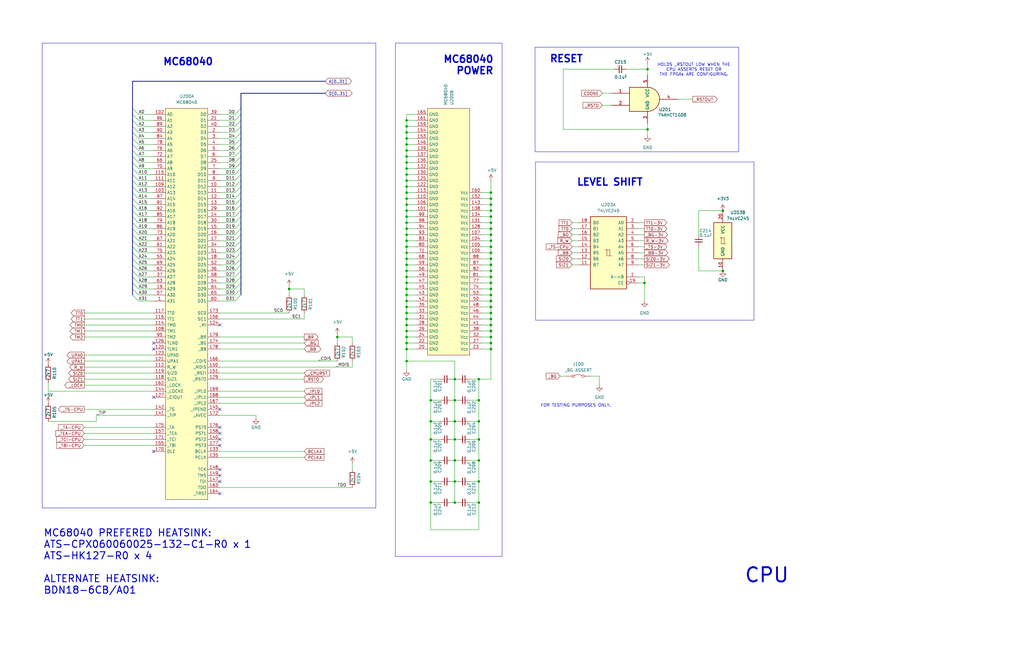
<source format=kicad_sch>
(kicad_sch (version 20231120) (generator "eeschema") (generator_version "8.0")
  (paper "B")
  (title_block (title "AmigaPCI 68040 Local Bus Card") (date "2024-07-21") (rev "3.0"))
  (junction (at 171.45 63.5))
  (junction (at 171.45 83.82))
  (junction (at 121.92 121.92))
  (junction (at 171.45 58.42))
  (junction (at 181.61 203.2))
  (junction (at 191.77 177.8))
  (junction (at 201.93 177.8))
  (junction (at 181.61 212.09))
  (junction (at 171.45 68.58))
  (junction (at 171.45 76.2))
  (junction (at 304.8 114.3))
  (junction (at 171.45 134.62))
  (junction (at 171.45 127))
  (junction (at 207.01 129.54))
  (junction (at 207.01 144.78))
  (junction (at 207.01 121.92))
  (junction (at 171.45 132.08))
  (junction (at 207.01 139.7))
  (junction (at 171.45 152.4))
  (junction (at 191.77 185.42))
  (junction (at 171.45 137.16))
  (junction (at 181.61 177.8))
  (junction (at 207.01 104.14))
  (junction (at 171.45 104.14))
  (junction (at 171.45 81.28))
  (junction (at 171.45 71.12))
  (junction (at 171.45 147.32))
  (junction (at 191.77 203.2))
  (junction (at 207.01 106.68))
  (junction (at 171.45 93.98))
  (junction (at 207.01 147.32))
  (junction (at 171.45 111.76))
  (junction (at 181.61 168.91))
  (junction (at 207.01 114.3))
  (junction (at 271.78 119.38))
  (junction (at 207.01 99.06))
  (junction (at 171.45 66.04))
  (junction (at 142.24 142.24))
  (junction (at 207.01 93.98))
  (junction (at 201.93 194.31))
  (junction (at 171.45 116.84))
  (junction (at 171.45 96.52))
  (junction (at 207.01 132.08))
  (junction (at 171.45 144.78))
  (junction (at 207.01 83.82))
  (junction (at 304.8 88.9))
  (junction (at 273.05 29.21))
  (junction (at 207.01 116.84))
  (junction (at 171.45 73.66))
  (junction (at 171.45 109.22))
  (junction (at 171.45 55.88))
  (junction (at 207.01 88.9))
  (junction (at 171.45 88.9))
  (junction (at 191.77 168.91))
  (junction (at 171.45 139.7))
  (junction (at 201.93 212.09))
  (junction (at 207.01 134.62))
  (junction (at 171.45 124.46))
  (junction (at 171.45 99.06))
  (junction (at 207.01 91.44))
  (junction (at 207.01 127))
  (junction (at 207.01 119.38))
  (junction (at 201.93 160.02))
  (junction (at 171.45 86.36))
  (junction (at 207.01 81.28))
  (junction (at 171.45 53.34))
  (junction (at 171.45 91.44))
  (junction (at 207.01 101.6))
  (junction (at 171.45 129.54))
  (junction (at 171.45 106.68))
  (junction (at 171.45 142.24))
  (junction (at 207.01 86.36))
  (junction (at 207.01 109.22))
  (junction (at 273.05 54.61))
  (junction (at 191.77 194.31))
  (junction (at 171.45 50.8))
  (junction (at 201.93 203.2))
  (junction (at 201.93 185.42))
  (junction (at 181.61 185.42))
  (junction (at 171.45 60.96))
  (junction (at 171.45 121.92))
  (junction (at 191.77 212.09))
  (junction (at 207.01 137.16))
  (junction (at 181.61 194.31))
  (junction (at 171.45 101.6))
  (junction (at 171.45 119.38))
  (junction (at 171.45 78.74))
  (junction (at 207.01 111.76))
  (junction (at 201.93 168.91))
  (junction (at 207.01 142.24))
  (junction (at 207.01 124.46))
  (junction (at 207.01 96.52))
  (junction (at 171.45 114.3))
  (junction (at 191.77 160.02))
  (no_connect (at 92.71 208.28))
  (no_connect (at 64.77 144.78))
  (no_connect (at 64.77 190.5))
  (no_connect (at 64.77 167.64))
  (no_connect (at 92.71 185.42))
  (no_connect (at 92.71 182.88))
  (no_connect (at 64.77 147.32))
  (no_connect (at 92.71 137.16))
  (no_connect (at 92.71 172.72))
  (no_connect (at 92.71 200.66))
  (no_connect (at 92.71 198.12))
  (no_connect (at 92.71 187.96))
  (no_connect (at 92.71 203.2))
  (no_connect (at 92.71 180.34))
  (bus_entry (at 99.06 50.8) (size 2.54 -2.54))
  (bus_entry (at 99.06 91.44) (size 2.54 -2.54))
  (bus_entry (at 58.42 106.68) (size -2.54 -2.54))
  (bus_entry (at 99.06 76.2) (size 2.54 -2.54))
  (bus_entry (at 58.42 58.42) (size -2.54 -2.54))
  (bus_entry (at 58.42 88.9) (size -2.54 -2.54))
  (bus_entry (at 99.06 78.74) (size 2.54 -2.54))
  (bus_entry (at 99.06 104.14) (size 2.54 -2.54))
  (bus_entry (at 99.06 60.96) (size 2.54 -2.54))
  (bus_entry (at 99.06 83.82) (size 2.54 -2.54))
  (bus_entry (at 58.42 83.82) (size -2.54 -2.54))
  (bus_entry (at 58.42 63.5) (size -2.54 -2.54))
  (bus_entry (at 99.06 63.5) (size 2.54 -2.54))
  (bus_entry (at 58.42 96.52) (size -2.54 -2.54))
  (bus_entry (at 99.06 101.6) (size 2.54 -2.54))
  (bus_entry (at 58.42 116.84) (size -2.54 -2.54))
  (bus_entry (at 58.42 124.46) (size -2.54 -2.54))
  (bus_entry (at 58.42 93.98) (size -2.54 -2.54))
  (bus_entry (at 99.06 116.84) (size 2.54 -2.54))
  (bus_entry (at 99.06 124.46) (size 2.54 -2.54))
  (bus_entry (at 99.06 106.68) (size 2.54 -2.54))
  (bus_entry (at 58.42 81.28) (size -2.54 -2.54))
  (bus_entry (at 58.42 101.6) (size -2.54 -2.54))
  (bus_entry (at 99.06 53.34) (size 2.54 -2.54))
  (bus_entry (at 99.06 86.36) (size 2.54 -2.54))
  (bus_entry (at 99.06 88.9) (size 2.54 -2.54))
  (bus_entry (at 58.42 48.26) (size -2.54 -2.54))
  (bus_entry (at 58.42 109.22) (size -2.54 -2.54))
  (bus_entry (at 99.06 93.98) (size 2.54 -2.54))
  (bus_entry (at 58.42 50.8) (size -2.54 -2.54))
  (bus_entry (at 58.42 121.92) (size -2.54 -2.54))
  (bus_entry (at 58.42 127) (size -2.54 -2.54))
  (bus_entry (at 58.42 91.44) (size -2.54 -2.54))
  (bus_entry (at 99.06 73.66) (size 2.54 -2.54))
  (bus_entry (at 58.42 119.38) (size -2.54 -2.54))
  (bus_entry (at 58.42 114.3) (size -2.54 -2.54))
  (bus_entry (at 99.06 58.42) (size 2.54 -2.54))
  (bus_entry (at 99.06 121.92) (size 2.54 -2.54))
  (bus_entry (at 99.06 109.22) (size 2.54 -2.54))
  (bus_entry (at 58.42 71.12) (size -2.54 -2.54))
  (bus_entry (at 99.06 127) (size 2.54 -2.54))
  (bus_entry (at 99.06 111.76) (size 2.54 -2.54))
  (bus_entry (at 58.42 53.34) (size -2.54 -2.54))
  (bus_entry (at 58.42 99.06) (size -2.54 -2.54))
  (bus_entry (at 58.42 78.74) (size -2.54 -2.54))
  (bus_entry (at 99.06 114.3) (size 2.54 -2.54))
  (bus_entry (at 58.42 86.36) (size -2.54 -2.54))
  (bus_entry (at 99.06 55.88) (size 2.54 -2.54))
  (bus_entry (at 58.42 104.14) (size -2.54 -2.54))
  (bus_entry (at 58.42 111.76) (size -2.54 -2.54))
  (bus_entry (at 99.06 66.04) (size 2.54 -2.54))
  (bus_entry (at 58.42 66.04) (size -2.54 -2.54))
  (bus_entry (at 58.42 60.96) (size -2.54 -2.54))
  (bus_entry (at 99.06 119.38) (size 2.54 -2.54))
  (bus_entry (at 58.42 73.66) (size -2.54 -2.54))
  (bus_entry (at 99.06 96.52) (size 2.54 -2.54))
  (bus_entry (at 58.42 68.58) (size -2.54 -2.54))
  (bus_entry (at 99.06 48.26) (size 2.54 -2.54))
  (bus_entry (at 99.06 81.28) (size 2.54 -2.54))
  (bus_entry (at 99.06 99.06) (size 2.54 -2.54))
  (bus_entry (at 58.42 76.2) (size -2.54 -2.54))
  (bus_entry (at 99.06 71.12) (size 2.54 -2.54))
  (bus_entry (at 99.06 68.58) (size 2.54 -2.54))
  (bus_entry (at 58.42 55.88) (size -2.54 -2.54))
  (wire (pts (xy 35.56 152.4) (xy 64.77 152.4)))
  (wire (pts (xy 236.22 158.75) (xy 238.76 158.75)))
  (wire (pts (xy 171.45 106.68) (xy 171.45 109.22)))
  (wire (pts (xy 207.01 99.06) (xy 207.01 101.6)))
  (wire (pts (xy 92.71 132.08) (xy 121.92 132.08)))
  (wire (pts (xy 92.71 127) (xy 99.06 127)))
  (wire (pts (xy 241.3 96.52) (xy 243.84 96.52)))
  (wire (pts (xy 207.01 116.84) (xy 203.2 116.84)))
  (wire (pts (xy 191.77 152.4) (xy 191.77 160.02)))
  (wire (pts (xy 207.01 83.82) (xy 207.01 86.36)))
  (wire (pts (xy 58.42 81.28) (xy 64.77 81.28)))
  (wire (pts (xy 58.42 73.66) (xy 64.77 73.66)))
  (wire (pts (xy 175.26 81.28) (xy 171.45 81.28)))
  (wire (pts (xy 58.42 119.38) (xy 64.77 119.38)))
  (wire (pts (xy 92.71 73.66) (xy 99.06 73.66)))
  (bus (pts (xy 101.6 83.82) (xy 101.6 86.36)))
  (wire (pts (xy 198.12 160.02) (xy 201.93 160.02)))
  (wire (pts (xy 269.24 116.84) (xy 271.78 116.84)))
  (wire (pts (xy 171.45 73.66) (xy 171.45 76.2)))
  (wire (pts (xy 193.04 212.09) (xy 191.77 212.09)))
  (wire (pts (xy 193.04 203.2) (xy 191.77 203.2)))
  (wire (pts (xy 128.27 124.46) (xy 128.27 121.92)))
  (wire (pts (xy 35.56 149.86) (xy 64.77 149.86)))
  (wire (pts (xy 207.01 121.92) (xy 207.01 124.46)))
  (wire (pts (xy 35.56 180.34) (xy 64.77 180.34)))
  (wire (pts (xy 207.01 104.14) (xy 207.01 106.68)))
  (wire (pts (xy 175.26 96.52) (xy 171.45 96.52)))
  (wire (pts (xy 148.59 195.58) (xy 148.59 198.12)))
  (bus (pts (xy 101.6 109.22) (xy 101.6 111.76)))
  (bus (pts (xy 55.88 96.52) (xy 55.88 99.06)))
  (wire (pts (xy 181.61 203.2) (xy 185.42 203.2)))
  (wire (pts (xy 35.56 182.88) (xy 64.77 182.88)))
  (wire (pts (xy 191.77 185.42) (xy 191.77 194.31)))
  (wire (pts (xy 58.42 121.92) (xy 64.77 121.92)))
  (bus (pts (xy 101.6 106.68) (xy 101.6 109.22)))
  (bus (pts (xy 55.88 68.58) (xy 55.88 71.12)))
  (wire (pts (xy 181.61 160.02) (xy 181.61 168.91)))
  (wire (pts (xy 175.26 147.32) (xy 171.45 147.32)))
  (wire (pts (xy 92.71 50.8) (xy 99.06 50.8)))
  (wire (pts (xy 175.26 106.68) (xy 171.45 106.68)))
  (wire (pts (xy 171.45 50.8) (xy 171.45 53.34)))
  (wire (pts (xy 92.71 91.44) (xy 99.06 91.44)))
  (wire (pts (xy 198.12 168.91) (xy 201.93 168.91)))
  (wire (pts (xy 201.93 223.52) (xy 181.61 223.52)))
  (wire (pts (xy 207.01 144.78) (xy 207.01 147.32)))
  (wire (pts (xy 92.71 55.88) (xy 99.06 55.88)))
  (wire (pts (xy 58.42 83.82) (xy 64.77 83.82)))
  (wire (pts (xy 58.42 86.36) (xy 64.77 86.36)))
  (bus (pts (xy 101.6 86.36) (xy 101.6 88.9)))
  (wire (pts (xy 171.45 129.54) (xy 171.45 132.08)))
  (wire (pts (xy 207.01 114.3) (xy 203.2 114.3)))
  (bus (pts (xy 101.6 45.72) (xy 101.6 48.26)))
  (wire (pts (xy 58.42 114.3) (xy 64.77 114.3)))
  (bus (pts (xy 55.88 83.82) (xy 55.88 86.36)))
  (wire (pts (xy 35.56 154.94) (xy 64.77 154.94)))
  (bus (pts (xy 101.6 101.6) (xy 101.6 104.14)))
  (bus (pts (xy 101.6 121.92) (xy 101.6 124.46)))
  (wire (pts (xy 175.26 101.6) (xy 171.45 101.6)))
  (wire (pts (xy 207.01 144.78) (xy 203.2 144.78)))
  (wire (pts (xy 207.01 81.28) (xy 207.01 83.82)))
  (wire (pts (xy 175.26 119.38) (xy 171.45 119.38)))
  (wire (pts (xy 203.2 132.08) (xy 207.01 132.08)))
  (wire (pts (xy 171.45 58.42) (xy 171.45 60.96)))
  (bus (pts (xy 55.88 66.04) (xy 55.88 68.58)))
  (wire (pts (xy 35.56 162.56) (xy 64.77 162.56)))
  (bus (pts (xy 55.88 81.28) (xy 55.88 83.82)))
  (wire (pts (xy 175.26 50.8) (xy 171.45 50.8)))
  (wire (pts (xy 171.45 55.88) (xy 171.45 58.42)))
  (wire (pts (xy 191.77 168.91) (xy 190.5 168.91)))
  (wire (pts (xy 241.3 109.22) (xy 243.84 109.22)))
  (bus (pts (xy 55.88 50.8) (xy 55.88 53.34)))
  (wire (pts (xy 171.45 60.96) (xy 171.45 63.5)))
  (wire (pts (xy 20.32 177.8) (xy 40.64 177.8)))
  (wire (pts (xy 175.26 93.98) (xy 171.45 93.98)))
  (bus (pts (xy 101.6 66.04) (xy 101.6 68.58)))
  (wire (pts (xy 241.3 111.76) (xy 243.84 111.76)))
  (wire (pts (xy 92.71 99.06) (xy 99.06 99.06)))
  (wire (pts (xy 171.45 111.76) (xy 171.45 114.3)))
  (wire (pts (xy 175.26 116.84) (xy 171.45 116.84)))
  (wire (pts (xy 193.04 160.02) (xy 191.77 160.02)))
  (wire (pts (xy 271.78 119.38) (xy 269.24 119.38)))
  (wire (pts (xy 175.26 99.06) (xy 171.45 99.06)))
  (wire (pts (xy 207.01 139.7) (xy 207.01 142.24)))
  (wire (pts (xy 171.45 53.34) (xy 171.45 55.88)))
  (wire (pts (xy 175.26 68.58) (xy 171.45 68.58)))
  (wire (pts (xy 171.45 144.78) (xy 171.45 147.32)))
  (wire (pts (xy 294.64 114.3) (xy 304.8 114.3)))
  (wire (pts (xy 207.01 99.06) (xy 203.2 99.06)))
  (bus (pts (xy 55.88 48.26) (xy 55.88 50.8)))
  (bus (pts (xy 101.6 68.58) (xy 101.6 71.12)))
  (wire (pts (xy 191.77 168.91) (xy 191.77 177.8)))
  (wire (pts (xy 193.04 168.91) (xy 191.77 168.91)))
  (wire (pts (xy 35.56 187.96) (xy 64.77 187.96)))
  (bus (pts (xy 101.6 60.96) (xy 101.6 63.5)))
  (wire (pts (xy 241.3 93.98) (xy 243.84 93.98)))
  (wire (pts (xy 241.3 104.14) (xy 243.84 104.14)))
  (wire (pts (xy 58.42 101.6) (xy 64.77 101.6)))
  (wire (pts (xy 121.92 121.92) (xy 121.92 124.46)))
  (wire (pts (xy 148.59 144.78) (xy 148.59 142.24)))
  (bus (pts (xy 101.6 119.38) (xy 101.6 121.92)))
  (wire (pts (xy 207.01 109.22) (xy 207.01 111.76)))
  (bus (pts (xy 55.88 88.9) (xy 55.88 91.44)))
  (bus (pts (xy 55.88 93.98) (xy 55.88 96.52)))
  (wire (pts (xy 198.12 185.42) (xy 201.93 185.42)))
  (wire (pts (xy 207.01 124.46) (xy 207.01 127)))
  (wire (pts (xy 92.71 134.62) (xy 128.27 134.62)))
  (wire (pts (xy 40.64 177.8) (xy 40.64 175.26)))
  (bus (pts (xy 55.88 55.88) (xy 55.88 58.42)))
  (wire (pts (xy 92.71 116.84) (xy 99.06 116.84)))
  (wire (pts (xy 207.01 139.7) (xy 203.2 139.7)))
  (wire (pts (xy 181.61 177.8) (xy 185.42 177.8)))
  (wire (pts (xy 207.01 127) (xy 203.2 127)))
  (wire (pts (xy 58.42 116.84) (xy 64.77 116.84)))
  (wire (pts (xy 171.45 119.38) (xy 171.45 121.92)))
  (wire (pts (xy 92.71 142.24) (xy 128.27 142.24)))
  (wire (pts (xy 248.92 158.75) (xy 252.73 158.75)))
  (wire (pts (xy 175.26 55.88) (xy 171.45 55.88)))
  (wire (pts (xy 207.01 96.52) (xy 207.01 99.06)))
  (wire (pts (xy 207.01 127) (xy 207.01 129.54)))
  (bus (pts (xy 55.88 76.2) (xy 55.88 78.74)))
  (wire (pts (xy 92.71 193.04) (xy 128.27 193.04)))
  (wire (pts (xy 175.26 121.92) (xy 171.45 121.92)))
  (bus (pts (xy 101.6 58.42) (xy 101.6 60.96)))
  (wire (pts (xy 207.01 83.82) (xy 203.2 83.82)))
  (wire (pts (xy 92.71 104.14) (xy 99.06 104.14)))
  (wire (pts (xy 175.26 129.54) (xy 171.45 129.54)))
  (wire (pts (xy 92.71 53.34) (xy 99.06 53.34)))
  (wire (pts (xy 201.93 177.8) (xy 201.93 185.42)))
  (wire (pts (xy 171.45 137.16) (xy 171.45 139.7)))
  (wire (pts (xy 191.77 177.8) (xy 191.77 185.42)))
  (wire (pts (xy 191.77 212.09) (xy 190.5 212.09)))
  (wire (pts (xy 271.78 99.06) (xy 269.24 99.06)))
  (wire (pts (xy 175.26 142.24) (xy 171.45 142.24)))
  (bus (pts (xy 101.6 93.98) (xy 101.6 96.52)))
  (wire (pts (xy 92.71 71.12) (xy 99.06 71.12)))
  (wire (pts (xy 207.01 106.68) (xy 203.2 106.68)))
  (wire (pts (xy 207.01 119.38) (xy 207.01 121.92)))
  (wire (pts (xy 252.73 158.75) (xy 252.73 162.56)))
  (wire (pts (xy 171.45 83.82) (xy 171.45 86.36)))
  (wire (pts (xy 148.59 142.24) (xy 142.24 142.24)))
  (wire (pts (xy 58.42 50.8) (xy 64.77 50.8)))
  (wire (pts (xy 181.61 212.09) (xy 181.61 223.52)))
  (bus (pts (xy 101.6 55.88) (xy 101.6 58.42)))
  (bus (pts (xy 101.6 91.44) (xy 101.6 93.98)))
  (wire (pts (xy 142.24 140.97) (xy 142.24 142.24)))
  (wire (pts (xy 58.42 53.34) (xy 64.77 53.34)))
  (wire (pts (xy 207.01 134.62) (xy 207.01 137.16)))
  (wire (pts (xy 58.42 68.58) (xy 64.77 68.58)))
  (wire (pts (xy 58.42 124.46) (xy 64.77 124.46)))
  (wire (pts (xy 207.01 116.84) (xy 207.01 119.38)))
  (wire (pts (xy 92.71 58.42) (xy 99.06 58.42)))
  (wire (pts (xy 171.45 96.52) (xy 171.45 99.06)))
  (wire (pts (xy 207.01 104.14) (xy 203.2 104.14)))
  (bus (pts (xy 101.6 73.66) (xy 101.6 76.2)))
  (wire (pts (xy 207.01 106.68) (xy 207.01 109.22)))
  (wire (pts (xy 175.26 127) (xy 171.45 127)))
  (wire (pts (xy 58.42 58.42) (xy 64.77 58.42)))
  (wire (pts (xy 175.26 124.46) (xy 171.45 124.46)))
  (wire (pts (xy 193.04 185.42) (xy 191.77 185.42)))
  (wire (pts (xy 198.12 177.8) (xy 201.93 177.8)))
  (wire (pts (xy 171.45 114.3) (xy 171.45 116.84)))
  (wire (pts (xy 35.56 132.08) (xy 64.77 132.08)))
  (wire (pts (xy 207.01 114.3) (xy 207.01 116.84)))
  (bus (pts (xy 55.88 106.68) (xy 55.88 109.22)))
  (bus (pts (xy 101.6 104.14) (xy 101.6 106.68)))
  (wire (pts (xy 171.45 81.28) (xy 171.45 83.82)))
  (wire (pts (xy 191.77 160.02) (xy 191.77 168.91)))
  (wire (pts (xy 175.26 58.42) (xy 171.45 58.42)))
  (bus (pts (xy 55.88 34.29) (xy 137.16 34.29)))
  (wire (pts (xy 92.71 88.9) (xy 99.06 88.9)))
  (wire (pts (xy 294.64 99.06) (xy 294.64 88.9)))
  (wire (pts (xy 175.26 104.14) (xy 171.45 104.14)))
  (bus (pts (xy 55.88 101.6) (xy 55.88 104.14)))
  (wire (pts (xy 271.78 109.22) (xy 269.24 109.22)))
  (bus (pts (xy 55.88 91.44) (xy 55.88 93.98)))
  (wire (pts (xy 175.26 111.76) (xy 171.45 111.76)))
  (wire (pts (xy 92.71 157.48) (xy 128.27 157.48)))
  (wire (pts (xy 171.45 68.58) (xy 171.45 71.12)))
  (wire (pts (xy 40.64 175.26) (xy 64.77 175.26)))
  (bus (pts (xy 55.88 58.42) (xy 55.88 60.96)))
  (wire (pts (xy 171.45 142.24) (xy 171.45 144.78)))
  (wire (pts (xy 92.71 68.58) (xy 99.06 68.58)))
  (wire (pts (xy 237.49 54.61) (xy 273.05 54.61)))
  (wire (pts (xy 191.77 194.31) (xy 191.77 203.2)))
  (wire (pts (xy 269.24 111.76) (xy 271.78 111.76)))
  (wire (pts (xy 207.01 142.24) (xy 207.01 144.78)))
  (bus (pts (xy 55.88 99.06) (xy 55.88 101.6)))
  (wire (pts (xy 58.42 104.14) (xy 64.77 104.14)))
  (wire (pts (xy 207.01 132.08) (xy 207.01 134.62)))
  (wire (pts (xy 92.71 83.82) (xy 99.06 83.82)))
  (wire (pts (xy 264.16 29.21) (xy 273.05 29.21)))
  (bus (pts (xy 55.88 60.96) (xy 55.88 63.5)))
  (wire (pts (xy 58.42 63.5) (xy 64.77 63.5)))
  (wire (pts (xy 198.12 212.09) (xy 201.93 212.09)))
  (bus (pts (xy 101.6 63.5) (xy 101.6 66.04)))
  (wire (pts (xy 254 39.37) (xy 257.81 39.37)))
  (wire (pts (xy 58.42 99.06) (xy 64.77 99.06)))
  (wire (pts (xy 207.01 109.22) (xy 203.2 109.22)))
  (wire (pts (xy 92.71 96.52) (xy 99.06 96.52)))
  (wire (pts (xy 271.78 93.98) (xy 269.24 93.98)))
  (wire (pts (xy 207.01 111.76) (xy 207.01 114.3)))
  (bus (pts (xy 55.88 111.76) (xy 55.88 114.3)))
  (wire (pts (xy 175.26 137.16) (xy 171.45 137.16)))
  (wire (pts (xy 198.12 194.31) (xy 201.93 194.31)))
  (wire (pts (xy 92.71 78.74) (xy 99.06 78.74)))
  (bus (pts (xy 55.88 119.38) (xy 55.88 121.92)))
  (wire (pts (xy 181.61 194.31) (xy 181.61 203.2)))
  (wire (pts (xy 191.77 160.02) (xy 190.5 160.02)))
  (wire (pts (xy 241.3 101.6) (xy 243.84 101.6)))
  (wire (pts (xy 175.26 73.66) (xy 171.45 73.66)))
  (wire (pts (xy 259.08 29.21) (xy 237.49 29.21)))
  (bus (pts (xy 55.88 63.5) (xy 55.88 66.04)))
  (wire (pts (xy 207.01 119.38) (xy 203.2 119.38)))
  (wire (pts (xy 207.01 96.52) (xy 203.2 96.52)))
  (wire (pts (xy 181.61 160.02) (xy 185.42 160.02)))
  (wire (pts (xy 207.01 137.16) (xy 203.2 137.16)))
  (wire (pts (xy 271.78 106.68) (xy 269.24 106.68)))
  (wire (pts (xy 201.93 203.2) (xy 201.93 212.09)))
  (wire (pts (xy 175.26 91.44) (xy 171.45 91.44)))
  (wire (pts (xy 35.56 137.16) (xy 64.77 137.16)))
  (wire (pts (xy 175.26 132.08) (xy 171.45 132.08)))
  (wire (pts (xy 203.2 91.44) (xy 207.01 91.44)))
  (wire (pts (xy 175.26 88.9) (xy 171.45 88.9)))
  (wire (pts (xy 207.01 88.9) (xy 207.01 91.44)))
  (wire (pts (xy 92.71 66.04) (xy 99.06 66.04)))
  (wire (pts (xy 271.78 101.6) (xy 269.24 101.6)))
  (wire (pts (xy 92.71 101.6) (xy 99.06 101.6)))
  (wire (pts (xy 207.01 137.16) (xy 207.01 139.7)))
  (wire (pts (xy 171.45 156.21) (xy 171.45 152.4)))
  (wire (pts (xy 207.01 93.98) (xy 207.01 96.52)))
  (wire (pts (xy 58.42 71.12) (xy 64.77 71.12)))
  (wire (pts (xy 58.42 55.88) (xy 64.77 55.88)))
  (wire (pts (xy 92.71 76.2) (xy 99.06 76.2)))
  (wire (pts (xy 181.61 194.31) (xy 185.42 194.31)))
  (wire (pts (xy 171.45 91.44) (xy 171.45 93.98)))
  (wire (pts (xy 121.92 120.65) (xy 121.92 121.92)))
  (wire (pts (xy 191.77 177.8) (xy 190.5 177.8)))
  (wire (pts (xy 171.45 139.7) (xy 171.45 142.24)))
  (wire (pts (xy 58.42 76.2) (xy 64.77 76.2)))
  (wire (pts (xy 142.24 142.24) (xy 142.24 144.78)))
  (wire (pts (xy 92.71 147.32) (xy 128.27 147.32)))
  (wire (pts (xy 207.01 91.44) (xy 207.01 93.98)))
  (wire (pts (xy 273.05 29.21) (xy 273.05 31.75)))
  (bus (pts (xy 55.88 53.34) (xy 55.88 55.88)))
  (bus (pts (xy 101.6 76.2) (xy 101.6 78.74)))
  (wire (pts (xy 175.26 139.7) (xy 171.45 139.7)))
  (bus (pts (xy 101.6 39.37) (xy 137.16 39.37)))
  (wire (pts (xy 181.61 168.91) (xy 185.42 168.91)))
  (wire (pts (xy 171.45 116.84) (xy 171.45 119.38)))
  (wire (pts (xy 175.26 114.3) (xy 171.45 114.3)))
  (wire (pts (xy 175.26 109.22) (xy 171.45 109.22)))
  (bus (pts (xy 101.6 96.52) (xy 101.6 99.06)))
  (wire (pts (xy 171.45 48.26) (xy 171.45 50.8)))
  (bus (pts (xy 101.6 45.72) (xy 101.6 39.37)))
  (wire (pts (xy 171.45 78.74) (xy 171.45 81.28)))
  (wire (pts (xy 35.56 134.62) (xy 64.77 134.62)))
  (wire (pts (xy 171.45 104.14) (xy 171.45 106.68)))
  (wire (pts (xy 171.45 124.46) (xy 171.45 127)))
  (wire (pts (xy 271.78 104.14) (xy 269.24 104.14)))
  (wire (pts (xy 175.26 66.04) (xy 171.45 66.04)))
  (wire (pts (xy 181.61 168.91) (xy 181.61 177.8)))
  (wire (pts (xy 292.1 41.91) (xy 285.75 41.91)))
  (wire (pts (xy 191.77 152.4) (xy 171.45 152.4)))
  (wire (pts (xy 35.56 172.72) (xy 64.77 172.72)))
  (wire (pts (xy 181.61 177.8) (xy 181.61 185.42)))
  (wire (pts (xy 35.56 160.02) (xy 64.77 160.02)))
  (wire (pts (xy 175.26 63.5) (xy 171.45 63.5)))
  (wire (pts (xy 148.59 152.4) (xy 148.59 154.94)))
  (wire (pts (xy 171.45 86.36) (xy 171.45 88.9)))
  (wire (pts (xy 273.05 54.61) (xy 273.05 57.15)))
  (wire (pts (xy 207.01 129.54) (xy 207.01 132.08)))
  (wire (pts (xy 92.71 167.64) (xy 128.27 167.64)))
  (wire (pts (xy 294.64 104.14) (xy 294.64 114.3)))
  (wire (pts (xy 92.71 114.3) (xy 99.06 114.3)))
  (wire (pts (xy 203.2 111.76) (xy 207.01 111.76)))
  (wire (pts (xy 92.71 109.22) (xy 99.06 109.22)))
  (wire (pts (xy 273.05 52.07) (xy 273.05 54.61)))
  (wire (pts (xy 92.71 205.74) (xy 148.59 205.74)))
  (wire (pts (xy 181.61 212.09) (xy 185.42 212.09)))
  (wire (pts (xy 171.45 93.98) (xy 171.45 96.52)))
  (wire (pts (xy 207.01 101.6) (xy 207.01 104.14)))
  (wire (pts (xy 171.45 132.08) (xy 171.45 134.62)))
  (wire (pts (xy 207.01 160.02) (xy 201.93 160.02)))
  (wire (pts (xy 128.27 132.08) (xy 128.27 134.62)))
  (wire (pts (xy 35.56 185.42) (xy 64.77 185.42)))
  (wire (pts (xy 191.77 185.42) (xy 190.5 185.42)))
  (wire (pts (xy 207.01 76.2) (xy 207.01 81.28)))
  (bus (pts (xy 55.88 45.72) (xy 55.88 48.26)))
  (wire (pts (xy 58.42 127) (xy 64.77 127)))
  (wire (pts (xy 35.56 139.7) (xy 64.77 139.7)))
  (wire (pts (xy 191.77 203.2) (xy 190.5 203.2)))
  (wire (pts (xy 171.45 76.2) (xy 171.45 78.74)))
  (wire (pts (xy 201.93 168.91) (xy 201.93 177.8)))
  (wire (pts (xy 107.95 175.26) (xy 107.95 176.53)))
  (wire (pts (xy 171.45 63.5) (xy 171.45 66.04)))
  (wire (pts (xy 171.45 88.9) (xy 171.45 91.44)))
  (bus (pts (xy 55.88 71.12) (xy 55.88 73.66)))
  (wire (pts (xy 92.71 106.68) (xy 99.06 106.68)))
  (wire (pts (xy 92.71 165.1) (xy 128.27 165.1)))
  (wire (pts (xy 171.45 71.12) (xy 171.45 73.66)))
  (wire (pts (xy 207.01 134.62) (xy 203.2 134.62)))
  (wire (pts (xy 92.71 93.98) (xy 99.06 93.98)))
  (wire (pts (xy 58.42 48.26) (xy 64.77 48.26)))
  (bus (pts (xy 55.88 104.14) (xy 55.88 106.68)))
  (wire (pts (xy 237.49 29.21) (xy 237.49 54.61)))
  (wire (pts (xy 207.01 147.32) (xy 203.2 147.32)))
  (wire (pts (xy 20.32 165.1) (xy 64.77 165.1)))
  (wire (pts (xy 175.26 86.36) (xy 171.45 86.36)))
  (wire (pts (xy 198.12 203.2) (xy 201.93 203.2)))
  (wire (pts (xy 171.45 101.6) (xy 171.45 104.14)))
  (wire (pts (xy 171.45 121.92) (xy 171.45 124.46)))
  (wire (pts (xy 92.71 48.26) (xy 99.06 48.26)))
  (wire (pts (xy 271.78 96.52) (xy 269.24 96.52)))
  (wire (pts (xy 201.93 160.02) (xy 201.93 168.91)))
  (wire (pts (xy 175.26 48.26) (xy 171.45 48.26)))
  (wire (pts (xy 207.01 129.54) (xy 203.2 129.54)))
  (wire (pts (xy 92.71 152.4) (xy 142.24 152.4)))
  (wire (pts (xy 58.42 93.98) (xy 64.77 93.98)))
  (wire (pts (xy 128.27 121.92) (xy 121.92 121.92)))
  (wire (pts (xy 92.71 119.38) (xy 99.06 119.38)))
  (wire (pts (xy 171.45 66.04) (xy 171.45 68.58)))
  (wire (pts (xy 207.01 124.46) (xy 203.2 124.46)))
  (wire (pts (xy 207.01 86.36) (xy 203.2 86.36)))
  (wire (pts (xy 241.3 106.68) (xy 243.84 106.68)))
  (wire (pts (xy 203.2 101.6) (xy 207.01 101.6)))
  (wire (pts (xy 92.71 124.46) (xy 99.06 124.46)))
  (wire (pts (xy 58.42 91.44) (xy 64.77 91.44)))
  (wire (pts (xy 175.26 134.62) (xy 171.45 134.62)))
  (wire (pts (xy 191.77 203.2) (xy 191.77 212.09)))
  (wire (pts (xy 203.2 81.28) (xy 207.01 81.28)))
  (bus (pts (xy 101.6 48.26) (xy 101.6 50.8)))
  (wire (pts (xy 35.56 142.24) (xy 64.77 142.24)))
  (wire (pts (xy 201.93 194.31) (xy 201.93 203.2)))
  (wire (pts (xy 58.42 88.9) (xy 64.77 88.9)))
  (bus (pts (xy 55.88 116.84) (xy 55.88 119.38)))
  (wire (pts (xy 181.61 185.42) (xy 181.61 194.31)))
  (wire (pts (xy 20.32 165.1) (xy 20.32 161.29)))
  (wire (pts (xy 92.71 111.76) (xy 99.06 111.76)))
  (wire (pts (xy 203.2 121.92) (xy 207.01 121.92)))
  (wire (pts (xy 171.45 109.22) (xy 171.45 111.76)))
  (wire (pts (xy 171.45 127) (xy 171.45 129.54)))
  (wire (pts (xy 92.71 121.92) (xy 99.06 121.92)))
  (wire (pts (xy 181.61 203.2) (xy 181.61 212.09)))
  (wire (pts (xy 175.26 78.74) (xy 171.45 78.74)))
  (wire (pts (xy 92.71 60.96) (xy 99.06 60.96)))
  (wire (pts (xy 92.71 170.18) (xy 128.27 170.18)))
  (wire (pts (xy 201.93 185.42) (xy 201.93 194.31)))
  (wire (pts (xy 58.42 109.22) (xy 64.77 109.22)))
  (wire (pts (xy 92.71 154.94) (xy 148.59 154.94)))
  (wire (pts (xy 271.78 119.38) (xy 271.78 127)))
  (bus (pts (xy 101.6 53.34) (xy 101.6 55.88)))
  (bus (pts (xy 101.6 71.12) (xy 101.6 73.66)))
  (wire (pts (xy 58.42 60.96) (xy 64.77 60.96)))
  (bus (pts (xy 55.88 34.29) (xy 55.88 45.72)))
  (wire (pts (xy 92.71 160.02) (xy 128.27 160.02)))
  (wire (pts (xy 58.42 106.68) (xy 64.77 106.68)))
  (wire (pts (xy 254 44.45) (xy 257.81 44.45)))
  (bus (pts (xy 101.6 114.3) (xy 101.6 116.84)))
  (wire (pts (xy 92.71 81.28) (xy 99.06 81.28)))
  (wire (pts (xy 58.42 66.04) (xy 64.77 66.04)))
  (wire (pts (xy 273.05 26.67) (xy 273.05 29.21)))
  (bus (pts (xy 101.6 99.06) (xy 101.6 101.6)))
  (wire (pts (xy 193.04 194.31) (xy 191.77 194.31)))
  (wire (pts (xy 58.42 78.74) (xy 64.77 78.74)))
  (bus (pts (xy 101.6 88.9) (xy 101.6 91.44)))
  (wire (pts (xy 92.71 63.5) (xy 99.06 63.5)))
  (wire (pts (xy 191.77 194.31) (xy 190.5 194.31)))
  (wire (pts (xy 271.78 116.84) (xy 271.78 119.38)))
  (bus (pts (xy 55.88 86.36) (xy 55.88 88.9)))
  (bus (pts (xy 101.6 81.28) (xy 101.6 83.82)))
  (wire (pts (xy 171.45 99.06) (xy 171.45 101.6)))
  (wire (pts (xy 181.61 185.42) (xy 185.42 185.42)))
  (wire (pts (xy 175.26 144.78) (xy 171.45 144.78)))
  (wire (pts (xy 207.01 88.9) (xy 203.2 88.9)))
  (wire (pts (xy 241.3 99.06) (xy 243.84 99.06)))
  (bus (pts (xy 101.6 111.76) (xy 101.6 114.3)))
  (wire (pts (xy 193.04 177.8) (xy 191.77 177.8)))
  (wire (pts (xy 175.26 53.34) (xy 171.45 53.34)))
  (wire (pts (xy 171.45 134.62) (xy 171.45 137.16)))
  (wire (pts (xy 207.01 147.32) (xy 207.01 160.02)))
  (bus (pts (xy 55.88 114.3) (xy 55.88 116.84)))
  (wire (pts (xy 58.42 96.52) (xy 64.77 96.52)))
  (bus (pts (xy 101.6 78.74) (xy 101.6 81.28)))
  (wire (pts (xy 175.26 83.82) (xy 171.45 83.82)))
  (wire (pts (xy 207.01 93.98) (xy 203.2 93.98)))
  (wire (pts (xy 35.56 157.48) (xy 64.77 157.48)))
  (bus (pts (xy 55.88 78.74) (xy 55.88 81.28)))
  (wire (pts (xy 175.26 76.2) (xy 171.45 76.2)))
  (bus (pts (xy 55.88 73.66) (xy 55.88 76.2)))
  (wire (pts (xy 294.64 88.9) (xy 304.8 88.9)))
  (wire (pts (xy 207.01 86.36) (xy 207.01 88.9)))
  (wire (pts (xy 92.71 144.78) (xy 128.27 144.78)))
  (bus (pts (xy 101.6 116.84) (xy 101.6 119.38)))
  (wire (pts (xy 92.71 86.36) (xy 99.06 86.36)))
  (wire (pts (xy 201.93 212.09) (xy 201.93 223.52)))
  (bus (pts (xy 101.6 50.8) (xy 101.6 53.34)))
  (bus (pts (xy 55.88 109.22) (xy 55.88 111.76)))
  (wire (pts (xy 58.42 111.76) (xy 64.77 111.76)))
  (wire (pts (xy 175.26 71.12) (xy 171.45 71.12)))
  (wire (pts (xy 175.26 60.96) (xy 171.45 60.96)))
  (wire (pts (xy 92.71 175.26) (xy 107.95 175.26)))
  (wire (pts (xy 171.45 147.32) (xy 171.45 152.4)))
  (bus (pts (xy 55.88 121.92) (xy 55.88 124.46)))
  (wire (pts (xy 203.2 142.24) (xy 207.01 142.24)))
  (wire (pts (xy 92.71 190.5) (xy 128.27 190.5)))
  (rectangle (start 166.751 234.823) (end 211.709 18.161))
  (rectangle (start 225.806 68.326) (end 317.94 135.128))
  (rectangle (start 17.78 18.161) (end 158.496 214.376))
  (rectangle (start 225.612 19.9) (end 311.464 64.06))
  (text "RESET" (at 231.648 26.67 0) (effects (font (size 3 3) (thickness 0.6) (bold yes)) (justify left bottom)))
  (text "MC68040 PREFERED HEATSINK: \nATS-CPX060060025-132-C1-R0 x 1\nATS-HK127-R0 x 4\n\nALTERNATE HEATSINK:\nBDN18-6CB/A01" (at 18.288 250.952 0) (effects (font (size 3 3) (thickness 0.4) (bold yes)) (justify left bottom)))
  (text "LEVEL SHIFT" (at 243.078 78.74 0) (effects (font (size 3 3) (thickness 0.6) (bold yes)) (justify left bottom)))
  (text "MC68040" (at 68.58 27.94 0) (effects (font (size 3 3) (thickness 0.6) (bold yes)) (justify left bottom)))
  (text "FOR TESTING PURPOSES ONLY." (at 242.824 171.196 0) (effects (font (size 1.27 1.27))))
  (text "MC68040\nPOWER" (at 208.28 31.75 0) (effects (font (size 3 3) (thickness 0.6) (bold yes)) (justify right bottom)))
  (text "CPU" (at 313.69 246.38 0) (effects (font (size 6 6) (thickness 0.8) (bold yes)) (justify left bottom)))
  (text "HOLDS _RSTOUT LOW WHEN THE\nCPU ASSERTS RESET OR\nTHE FPGAs ARE CONFIGURING." (at 292.608 29.464 0) (effects (font (size 1.27 1.27))))
  (label "D3" (at 99.06 55.88 180))
  (label "A19" (at 58.42 96.52 0))
  (label "D18" (at 99.06 93.98 180))
  (label "A5" (at 58.42 60.96 0))
  (label "A18" (at 58.42 93.98 0))
  (label "D9" (at 99.06 71.12 180))
  (label "A3" (at 58.42 55.88 0))
  (label "A23" (at 58.42 106.68 0))
  (label "A13" (at 58.42 81.28 0))
  (label "D17" (at 99.06 91.44 180))
  (label "D21" (at 99.06 101.6 180))
  (label "D29" (at 99.06 121.92 180))
  (label "A7" (at 58.42 66.04 0))
  (label "A0" (at 58.42 48.26 0))
  (label "A2" (at 58.42 53.34 0))
  (label "D2" (at 99.06 53.34 180))
  (label "A20" (at 58.42 99.06 0))
  (label "A16" (at 58.42 88.9 0))
  (label "D8" (at 99.06 68.58 180))
  (label "D30" (at 99.06 124.46 180))
  (label "SC1" (at 127 134.62 180))
  (label "D4" (at 99.06 58.42 180))
  (label "D5" (at 99.06 60.96 180))
  (label "A26" (at 58.42 114.3 0))
  (label "D22" (at 99.06 104.14 180))
  (label "D7" (at 99.06 66.04 180))
  (label "A22" (at 58.42 104.14 0))
  (label "D25" (at 99.06 111.76 180))
  (label "A27" (at 58.42 116.84 0))
  (label "A9" (at 58.42 71.12 0))
  (label "D6" (at 99.06 63.5 180))
  (label "A15" (at 58.42 86.36 0))
  (label "D16" (at 99.06 88.9 180))
  (label "A14" (at 58.42 83.82 0))
  (label "A12" (at 58.42 78.74 0))
  (label "D11" (at 99.06 76.2 180))
  (label "A4" (at 58.42 58.42 0))
  (label "A8" (at 58.42 68.58 0))
  (label "D24" (at 99.06 109.22 180))
  (label "A28" (at 58.42 119.38 0))
  (label "D27" (at 99.06 116.84 180))
  (label "D14" (at 99.06 83.82 180))
  (label "D26" (at 99.06 114.3 180))
  (label "_MDIS" (at 147.32 154.94 180))
  (label "A1" (at 58.42 50.8 0))
  (label "A25" (at 58.42 111.76 0))
  (label "D1" (at 99.06 50.8 180))
  (label "A10" (at 58.42 73.66 0))
  (label "D15" (at 99.06 86.36 180))
  (label "A30" (at 58.42 124.46 0))
  (label "A29" (at 58.42 121.92 0))
  (label "D19" (at 99.06 96.52 180))
  (label "_CDIS" (at 139.7 152.4 180))
  (label "D28" (at 99.06 119.38 180))
  (label "A6" (at 58.42 63.5 0))
  (label "SC0" (at 119.38 132.08 180))
  (label "D23" (at 99.06 106.68 180))
  (label "D13" (at 99.06 81.28 180))
  (label "D31" (at 99.06 127 180))
  (label "D20" (at 99.06 99.06 180))
  (label "A11" (at 58.42 76.2 0))
  (label "D12" (at 99.06 78.74 180))
  (label "TDO" (at 146.05 205.74 180))
  (label "D10" (at 99.06 73.66 180))
  (label "D0" (at 99.06 48.26 180))
  (label "A31" (at 58.42 127 0))
  (label "A24" (at 58.42 109.22 0))
  (label "A21" (at 58.42 101.6 0))
  (label "_TIP" (at 40.64 175.26 0))
  (label "A17" (at 58.42 91.44 0))
  (global_label "TT0" (shape output) (at 35.56 132.08 180) (property "Intersheetrefs" "${INTERSHEET_REFS}" (at 29.5095 132.08 0) (effects (justify right))))
  (global_label "SIZ1" (shape input) (at 241.3 111.76 180) (property "Intersheetrefs" "${INTERSHEET_REFS}" (at 234.0815 111.76 0) (effects (justify right))))
  (global_label "R_W" (shape output) (at 35.56 154.94 180) (property "Intersheetrefs" "${INTERSHEET_REFS}" (at 29.337 154.94 0) (effects (justify right))))
  (global_label "_IPL2" (shape input) (at 128.27 170.18 0) (property "Intersheetrefs" "${INTERSHEET_REFS}" (at 136.2558 170.18 0) (effects (justify left))))
  (global_label "_LOCK" (shape output) (at 35.56 162.56 180) (property "Intersheetrefs" "${INTERSHEET_REFS}" (at 26.788 162.56 0) (effects (justify right))))
  (global_label "_BB" (shape input) (at 241.3 106.68 180) (property "Intersheetrefs" "${INTERSHEET_REFS}" (at 234.8072 106.68 0) (effects (justify right))))
  (global_label "PCLKA" (shape input) (at 128.27 193.04 0) (property "Intersheetrefs" "${INTERSHEET_REFS}" (at 137.1819 193.04 0) (effects (justify left))))
  (global_label "SIZ0" (shape input) (at 241.3 109.22 180) (property "Intersheetrefs" "${INTERSHEET_REFS}" (at 234.0815 109.22 0) (effects (justify right))))
  (global_label "_BR" (shape output) (at 128.27 142.24 0) (property "Intersheetrefs" "${INTERSHEET_REFS}" (at 134.6834 142.24 0) (effects (justify left))))
  (global_label "_TS-CPU" (shape input) (at 241.3 104.14 180) (property "Intersheetrefs" "${INTERSHEET_REFS}" (at 229.7272 104.14 0) (effects (justify right))))
  (global_label "TT0-3V" (shape output) (at 271.78 96.52 0) (property "Intersheetrefs" "${INTERSHEET_REFS}" (at 281.7804 96.52 0) (effects (justify left))))
  (global_label "_IPL1" (shape input) (at 128.27 167.64 0) (property "Intersheetrefs" "${INTERSHEET_REFS}" (at 136.2558 167.64 0) (effects (justify left))))
  (global_label "_BG-3V" (shape output) (at 271.78 99.06 0) (property "Intersheetrefs" "${INTERSHEET_REFS}" (at 282.1433 99.06 0) (effects (justify left))))
  (global_label "SIZ0-3V" (shape output) (at 271.78 109.22 0) (property "Intersheetrefs" "${INTERSHEET_REFS}" (at 282.869 109.22 0) (effects (justify left))))
  (global_label "_BG" (shape input) (at 241.3 99.06 180) (property "Intersheetrefs" "${INTERSHEET_REFS}" (at 234.8072 99.06 0) (effects (justify right))))
  (global_label "D[0..31]" (shape bidirectional) (at 137.16 39.37 0) (property "Intersheetrefs" "${INTERSHEET_REFS}" (at 148.844 39.37 0) (effects (justify left))))
  (global_label "_TS-3V" (shape output) (at 271.78 104.14 0) (property "Intersheetrefs" "${INTERSHEET_REFS}" (at 281.7804 104.14 0) (effects (justify left))))
  (global_label "_IPL0" (shape input) (at 128.27 165.1 0) (property "Intersheetrefs" "${INTERSHEET_REFS}" (at 136.2558 165.1 0) (effects (justify left))))
  (global_label "TT1" (shape input) (at 241.3 93.98 180) (property "Intersheetrefs" "${INTERSHEET_REFS}" (at 235.1701 93.98 0) (effects (justify right))))
  (global_label "TM2" (shape output) (at 35.56 142.24 180) (property "Intersheetrefs" "${INTERSHEET_REFS}" (at 29.0257 142.24 0) (effects (justify right))))
  (global_label "_TCI-CPU" (shape input) (at 35.56 185.42 180) (property "Intersheetrefs" "${INTERSHEET_REFS}" (at 23.3219 185.42 0) (effects (justify right))))
  (global_label "R_W" (shape input) (at 241.3 101.6 180) (property "Intersheetrefs" "${INTERSHEET_REFS}" (at 234.95 101.346 0) (effects (justify right))))
  (global_label "SIZ0" (shape output) (at 35.56 157.48 180) (property "Intersheetrefs" "${INTERSHEET_REFS}" (at 28.4209 157.48 0) (effects (justify right))))
  (global_label "A[0..31]" (shape bidirectional) (at 137.16 34.29 0) (property "Intersheetrefs" "${INTERSHEET_REFS}" (at 147.828 34.036 0) (effects (justify left))))
  (global_label "_RSTO" (shape output) (at 128.27 160.02 0) (property "Intersheetrefs" "${INTERSHEET_REFS}" (at 137.0004 160.02 0) (effects (justify left))))
  (global_label "SIZ1-3V" (shape output) (at 271.78 111.76 0) (property "Intersheetrefs" "${INTERSHEET_REFS}" (at 282.869 111.76 0) (effects (justify left))))
  (global_label "_RSTO" (shape input) (at 254 44.45 180) (property "Intersheetrefs" "${INTERSHEET_REFS}" (at 245.2696 44.45 0) (effects (justify right))))
  (global_label "TT0" (shape input) (at 241.3 96.52 180) (property "Intersheetrefs" "${INTERSHEET_REFS}" (at 235.1701 96.52 0) (effects (justify right))))
  (global_label "CDONE" (shape input) (at 254 39.37 180) (property "Intersheetrefs" "${INTERSHEET_REFS}" (at 244.6648 39.37 0) (effects (justify right))))
  (global_label "_BG" (shape input) (at 236.22 158.75 180) (property "Intersheetrefs" "${INTERSHEET_REFS}" (at 229.7272 158.75 0) (effects (justify right))))
  (global_label "_CPURST" (shape input) (at 128.27 157.48 0) (property "Intersheetrefs" "${INTERSHEET_REFS}" (at 139.5404 157.48 0) (effects (justify left))))
  (global_label "_BG" (shape input) (at 128.27 144.78 0) (property "Intersheetrefs" "${INTERSHEET_REFS}" (at 134.6834 144.78 0) (effects (justify left))))
  (global_label "_TA-CPU" (shape input) (at 35.56 180.34 180) (property "Intersheetrefs" "${INTERSHEET_REFS}" (at 24.1081 180.34 0) (effects (justify right))))
  (global_label "_TBI-CPU" (shape input) (at 35.56 187.96 180) (property "Intersheetrefs" "${INTERSHEET_REFS}" (at 23.3219 187.96 0) (effects (justify right))))
  (global_label "_RSTOUT" (shape output) (at 292.1 41.91 0) (property "Intersheetrefs" "${INTERSHEET_REFS}" (at 303.1285 41.91 0) (effects (justify left))))
  (global_label "TM1" (shape output) (at 35.56 139.7 180) (property "Intersheetrefs" "${INTERSHEET_REFS}" (at 29.0257 139.7 0) (effects (justify right))))
  (global_label "_BB-3V" (shape output) (at 271.78 106.68 0) (property "Intersheetrefs" "${INTERSHEET_REFS}" (at 282.1433 106.68 0) (effects (justify left))))
  (global_label "R_W-3V" (shape output) (at 271.78 101.6 0) (property "Intersheetrefs" "${INTERSHEET_REFS}" (at 282.194 101.346 0) (effects (justify left))))
  (global_label "UPA0" (shape output) (at 35.56 149.86 180) (property "Intersheetrefs" "${INTERSHEET_REFS}" (at 27.7556 149.86 0) (effects (justify right))))
  (global_label "TT1" (shape output) (at 35.56 134.62 180) (property "Intersheetrefs" "${INTERSHEET_REFS}" (at 29.5095 134.62 0) (effects (justify right))))
  (global_label "TM0" (shape output) (at 35.56 137.16 180) (property "Intersheetrefs" "${INTERSHEET_REFS}" (at 29.0257 137.16 0) (effects (justify right))))
  (global_label "SIZ1" (shape output) (at 35.56 160.02 180) (property "Intersheetrefs" "${INTERSHEET_REFS}" (at 28.4209 160.02 0) (effects (justify right))))
  (global_label "_BB" (shape bidirectional) (at 128.27 147.32 0) (property "Intersheetrefs" "${INTERSHEET_REFS}" (at 135.7947 147.32 0) (effects (justify left))))
  (global_label "UPA1" (shape output) (at 35.56 152.4 180) (property "Intersheetrefs" "${INTERSHEET_REFS}" (at 27.7556 152.4 0) (effects (justify right))))
  (global_label "_TEA-CPU" (shape input) (at 35.56 182.88 180) (property "Intersheetrefs" "${INTERSHEET_REFS}" (at 22.9591 182.88 0) (effects (justify right))))
  (global_label "_TS-CPU" (shape output) (at 35.56 172.72 180) (property "Intersheetrefs" "${INTERSHEET_REFS}" (at 26.924 170.18 0) (effects (justify right))))
  (global_label "TT1-3V" (shape output) (at 271.78 93.98 0) (property "Intersheetrefs" "${INTERSHEET_REFS}" (at 281.7804 93.98 0) (effects (justify left))))
  (global_label "BCLKA" (shape input) (at 128.27 190.5 0) (property "Intersheetrefs" "${INTERSHEET_REFS}" (at 136.017 190.5 0) (effects (justify left))))
  (symbol (lib_id "Device:R") (at 148.59 201.93 0) (unit 1)
    (property "Reference" "R104" (at 151.257 204.47 90) (effects (justify left)))
    (property "Value" "2k7" (at 148.59 203.835 90) (effects (justify left)))
    (property "Footprint" "Resistor_SMD:R_0603_1608Metric" (effects (hide yes)))
  )
  (symbol (lib_name "+5V_2") (lib_id "power:+5V") (at 273.05 26.67 0) (unit 1)
    (property "Reference" "#PWR021" (effects (hide yes)))
    (property "Value" "+5V" (at 273.05 22.86 0))
    (property "Description" "Power symbol creates a global label with name \"+5V\"" (effects (hide yes)))
  )
  (symbol (lib_id "Device:C_Small") (at 195.58 185.42 270) (unit 1)
    (property "Reference" "C206" (at 199.787 185.674 0) (effects (justify left)))
    (property "Value" "0.1uF" (at 197.866 185.674 0) (effects (justify left)))
    (property "Footprint" "Capacitor_SMD:C_0603_1608Metric" (effects (hide yes)))
  )
  (symbol (lib_id "AmigaPCI-Symbols:MC68040RC33") (at 78.74 128.27 0) (unit 1)
    (property "Reference" "U200" (at 78.74 40.64 0))
    (property "Value" "MC68040" (at 78.74 43.18 0))
    (property "Footprint" "AmigaPCI:PGA179" (effects (hide yes)))
    (instances (project "AmigaPCI Mainboard" (path "" (reference "U200") (unit 1))) (project "AmigaPCI 68040" (path "" (reference "U100") (unit 1))))
  )
  (symbol (lib_name "+5V_1") (lib_id "power:+5V") (at 121.92 120.65 0) (unit 1)
    (property "Reference" "#PWR01" (effects (hide yes)))
    (property "Value" "+5V" (at 121.92 115.57 0))
    (property "Description" "Power symbol creates a global label with name \"+5V\"" (effects (hide yes)))
  )
  (symbol (lib_name "+5V_1") (lib_id "power:+5V") (at 148.59 195.58 0) (unit 1)
    (property "Reference" "#PWR03" (effects (hide yes)))
    (property "Value" "+5V" (at 148.59 190.5 0))
    (property "Description" "Power symbol creates a global label with name \"+5V\"" (effects (hide yes)))
  )
  (symbol (lib_id "AmigaPCI-Symbols:74LVC245") (at 256.54 106.68 0) (mirror y) (unit 1)
    (property "Reference" "U203" (at 256.54 86.36 0))
    (property "Value" "74LVC245" (at 256.54 88.9 0))
    (property "Footprint" "Package_SO:TSSOP-20_4.4x6.5mm_P0.65mm" (effects (hide yes)))
    (property "Datasheet" "http://www.ti.com/lit/gpn/sn74LS245" (effects (hide yes)))
    (property "Description" "Octal BUS Transceivers, 3-State outputs" (effects (hide yes)))
  )
  (symbol (lib_id "Device:C_Small") (at 187.96 185.42 90) (unit 1)
    (property "Reference" "C207" (at 185.42 190.754 0) (effects (justify left)))
    (property "Value" "0.1uF" (at 183.642 191.008 0) (effects (justify left)))
    (property "Footprint" "Capacitor_SMD:C_0603_1608Metric" (effects (hide yes)))
  )
  (symbol (lib_id "Device:R") (at 142.24 148.59 0) (unit 1)
    (property "Reference" "R102" (at 144.907 151.13 90) (effects (justify left)))
    (property "Value" "2k7" (at 142.24 150.495 90) (effects (justify left)))
    (property "Footprint" "Resistor_SMD:R_0603_1608Metric" (effects (hide yes)))
  )
  (symbol (lib_id "Device:C_Small") (at 195.58 168.91 270) (unit 1)
    (property "Reference" "C202" (at 199.787 169.164 0) (effects (justify left)))
    (property "Value" "0.1uF" (at 197.866 169.164 0) (effects (justify left)))
    (property "Footprint" "Capacitor_SMD:C_0603_1608Metric" (effects (hide yes)))
  )
  (symbol (lib_id "Device:R") (at 128.27 128.27 0) (unit 1)
    (property "Reference" "R101" (at 130.937 130.81 90) (effects (justify left)))
    (property "Value" "2k7" (at 128.27 130.175 90) (effects (justify left)))
    (property "Footprint" "Resistor_SMD:R_0603_1608Metric" (effects (hide yes)))
  )
  (symbol (lib_id "AmigaPCI-Symbols:74LVC245") (at 304.8 101.6 0) (mirror y) (unit 2)
    (property "Reference" "U203" (at 311.15 89.662 0))
    (property "Value" "74LVC245" (at 311.15 92.202 0))
    (property "Footprint" "Package_SO:TSSOP-20_4.4x6.5mm_P0.65mm" (effects (hide yes)))
    (property "Datasheet" "http://www.ti.com/lit/gpn/sn74LS245" (effects (hide yes)))
    (property "Description" "Octal BUS Transceivers, 3-State outputs" (effects (hide yes)))
  )
  (symbol (lib_name "GND_3") (lib_id "power:GND") (at 304.8 114.3 0) (unit 1)
    (property "Reference" "#PWR078" (effects (hide yes)))
    (property "Value" "GND" (at 304.8 118.11 0))
    (property "Description" "Power symbol creates a global label with name \"GND\" , ground" (effects (hide yes)))
  )
  (symbol (lib_id "Device:R") (at 20.32 157.48 0) (unit 1)
    (property "Reference" "R110" (at 22.987 160.02 90) (effects (justify left)))
    (property "Value" "2k7" (at 20.32 159.385 90) (effects (justify left)))
    (property "Footprint" "Resistor_SMD:R_0603_1608Metric" (effects (hide yes)))
  )
  (symbol (lib_id "74xGxx:74AHC1G08") (at 273.05 41.91 0) (unit 1)
    (property "Reference" "U201" (at 280.416 46.228 0))
    (property "Value" "74AHCT1G08" (at 283.464 48.514 0))
    (property "Footprint" "Package_TO_SOT_SMD:SOT-23-5" (effects (hide yes)))
    (property "Datasheet" "http://www.ti.com/lit/sg/scyt129e/scyt129e.pdf" (effects (hide yes)))
    (property "Description" "Single AND Gate, Open Drain, Low-Voltage CMOS" (effects (hide yes)))
  )
  (symbol (lib_id "Device:R") (at 20.32 173.99 0) (unit 1)
    (property "Reference" "R105" (at 22.987 176.53 90) (effects (justify left)))
    (property "Value" "2k7" (at 20.32 175.895 90) (effects (justify left)))
    (property "Footprint" "Resistor_SMD:R_0603_1608Metric" (effects (hide yes)))
  )
  (symbol (lib_id "power:GND") (at 171.45 156.21 0) (unit 1)
    (property "Reference" "#PWR0187" (effects (hide yes)))
    (property "Value" "GND" (at 171.45 160.02 0))
  )
  (symbol (lib_id "power:+5V") (at 207.01 76.2 0) (unit 1)
    (property "Reference" "#PWR0186" (effects (hide yes)))
    (property "Value" "+5V" (at 207.391 71.8058 0))
  )
  (symbol (lib_id "Device:C_Small") (at 195.58 160.02 270) (unit 1)
    (property "Reference" "C200" (at 199.787 160.274 0) (effects (justify left)))
    (property "Value" "0.1uF" (at 197.866 160.274 0) (effects (justify left)))
    (property "Footprint" "Capacitor_SMD:C_0603_1608Metric" (effects (hide yes)))
  )
  (symbol (lib_id "Device:C_Small") (at 187.96 203.2 90) (unit 1)
    (property "Reference" "C211" (at 185.42 208.534 0) (effects (justify left)))
    (property "Value" "0.1uF" (at 183.642 208.788 0) (effects (justify left)))
    (property "Footprint" "Capacitor_SMD:C_0603_1608Metric" (effects (hide yes)))
  )
  (symbol (lib_id "power:+3V3") (at 304.8 88.9 0) (unit 1)
    (property "Reference" "#PWR076" (effects (hide yes)))
    (property "Value" "+3V3" (at 304.8 83.82 0))
    (property "Description" "Power symbol creates a global label with name \"+3V3\"" (effects (hide yes)))
  )
  (symbol (lib_name "+5V_1") (lib_id "power:+5V") (at 20.32 170.18 0) (unit 1)
    (property "Reference" "#PWR034" (effects (hide yes)))
    (property "Value" "+5V" (at 20.32 166.624 0))
    (property "Description" "Power symbol creates a global label with name \"+5V\"" (effects (hide yes)))
  )
  (symbol (lib_name "GND_1") (lib_id "power:GND") (at 273.05 57.15 0) (unit 1)
    (property "Reference" "#PWR023" (effects (hide yes)))
    (property "Value" "GND" (at 273.05 62.23 0))
    (property "Description" "Power symbol creates a global label with name \"GND\" , ground" (effects (hide yes)))
  )
  (symbol (lib_id "Device:C_Small") (at 195.58 212.09 270) (unit 1)
    (property "Reference" "C212" (at 199.787 212.344 0) (effects (justify left)))
    (property "Value" "0.1uF" (at 197.866 212.344 0) (effects (justify left)))
    (property "Footprint" "Capacitor_SMD:C_0603_1608Metric" (effects (hide yes)))
  )
  (symbol (lib_name "GND_2") (lib_id "power:GND") (at 252.73 162.56 0) (unit 1)
    (property "Reference" "#PWR019" (effects (hide yes)))
    (property "Value" "GND" (at 252.73 167.64 0))
    (property "Description" "Power symbol creates a global label with name \"GND\" , ground" (effects (hide yes)))
  )
  (symbol (lib_id "Device:C_Small") (at 187.96 168.91 90) (unit 1)
    (property "Reference" "C203" (at 185.42 174.244 0) (effects (justify left)))
    (property "Value" "0.1uF" (at 183.642 174.498 0) (effects (justify left)))
    (property "Footprint" "Capacitor_SMD:C_0603_1608Metric" (effects (hide yes)))
  )
  (symbol (lib_id "Device:C_Small") (at 187.96 177.8 90) (unit 1)
    (property "Reference" "C205" (at 185.42 183.134 0) (effects (justify left)))
    (property "Value" "0.1uF" (at 183.642 183.388 0) (effects (justify left)))
    (property "Footprint" "Capacitor_SMD:C_0603_1608Metric" (effects (hide yes)))
  )
  (symbol (lib_id "Device:R") (at 148.59 148.59 0) (unit 1)
    (property "Reference" "R103" (at 151.257 151.13 90) (effects (justify left)))
    (property "Value" "2k7" (at 148.59 150.495 90) (effects (justify left)))
    (property "Footprint" "Resistor_SMD:R_0603_1608Metric" (effects (hide yes)))
  )
  (symbol (lib_id "Device:C_Small") (at 294.64 101.6 0) (unit 1)
    (property "Reference" "C214" (at 294.894 97.393 0) (effects (justify left)))
    (property "Value" "0.1uF" (at 294.894 99.314 0) (effects (justify left)))
    (property "Footprint" "Capacitor_SMD:C_0603_1608Metric" (effects (hide yes)))
  )
  (symbol (lib_id "Jumper:Jumper_2_Bridged") (at 243.84 158.75 0) (unit 1) (exclude_from_sim yes)
    (property "Reference" "J100" (at 243.84 153.67 0))
    (property "Value" "_BG ASSERT" (at 243.84 156.21 0))
    (property "Footprint" "Connector_PinHeader_2.54mm:PinHeader_1x02_P2.54mm_Vertical" (effects (hide yes)))
    (property "Description" "Jumper, 2-pole, closed/bridged" (effects (hide yes)))
  )
  (symbol (lib_name "GND_3") (lib_id "power:GND") (at 271.78 127 0) (unit 1)
    (property "Reference" "#PWR077" (effects (hide yes)))
    (property "Value" "GND" (at 271.78 132.08 0))
    (property "Description" "Power symbol creates a global label with name \"GND\" , ground" (effects (hide yes)))
  )
  (symbol (lib_id "Device:C_Small") (at 187.96 212.09 90) (unit 1)
    (property "Reference" "C247" (at 185.42 217.424 0) (effects (justify left)))
    (property "Value" "0.1uF" (at 183.642 217.678 0) (effects (justify left)))
    (property "Footprint" "Capacitor_SMD:C_0603_1608Metric" (effects (hide yes)))
    (instances (project "AmigaPCI Mainboard" (path "" (reference "C247") (unit 1))) (project "AmigaPCI 68040" (path "" (reference "C216") (unit 1))))
  )
  (symbol (lib_id "Device:C_Small") (at 261.62 29.21 270) (mirror x) (unit 1)
    (property "Reference" "C215" (at 259.08 26.162 90) (effects (justify left)))
    (property "Value" "0.1uF" (at 259.08 32.512 90) (effects (justify left)))
    (property "Footprint" "Capacitor_SMD:C_0603_1608Metric" (effects (hide yes)))
  )
  (symbol (lib_name "+5V_1") (lib_id "power:+5V") (at 20.32 153.67 0) (unit 1)
    (property "Reference" "#PWR020" (effects (hide yes)))
    (property "Value" "+5V" (at 20.32 149.606 0))
    (property "Description" "Power symbol creates a global label with name \"+5V\"" (effects (hide yes)))
  )
  (symbol (lib_name "+5V_1") (lib_id "power:+5V") (at 142.24 140.97 0) (unit 1)
    (property "Reference" "#PWR02" (effects (hide yes)))
    (property "Value" "+5V" (at 142.24 135.89 0))
    (property "Description" "Power symbol creates a global label with name \"+5V\"" (effects (hide yes)))
  )
  (symbol (lib_id "Device:C_Small") (at 187.96 194.31 90) (unit 1)
    (property "Reference" "C209" (at 185.42 199.644 0) (effects (justify left)))
    (property "Value" "0.1uF" (at 183.642 199.898 0) (effects (justify left)))
    (property "Footprint" "Capacitor_SMD:C_0603_1608Metric" (effects (hide yes)))
  )
  (symbol (lib_id "Device:C_Small") (at 187.96 160.02 90) (unit 1)
    (property "Reference" "C201" (at 185.42 165.354 0) (effects (justify left)))
    (property "Value" "0.1uF" (at 183.642 165.608 0) (effects (justify left)))
    (property "Footprint" "Capacitor_SMD:C_0603_1608Metric" (effects (hide yes)))
  )
  (symbol (lib_id "AmigaPCI-Symbols:MC68040RC33") (at 189.23 99.06 180) (unit 2)
    (property "Reference" "U200" (at 190.5001 44.45 90) (effects (justify right)))
    (property "Value" "MC68040" (at 187.9601 44.45 90) (effects (justify right)))
    (property "Footprint" "AmigaPCI:PGA179" (effects (hide yes)))
    (instances (project "AmigaPCI Mainboard" (path "" (reference "U200") (unit 2))) (project "AmigaPCI 68040" (path "" (reference "U100") (unit 2))))
  )
  (symbol (lib_id "Device:R") (at 121.92 128.27 0) (unit 1)
    (property "Reference" "R100" (at 124.587 130.81 90) (effects (justify left)))
    (property "Value" "2k7" (at 121.92 130.175 90) (effects (justify left)))
    (property "Footprint" "Resistor_SMD:R_0603_1608Metric" (effects (hide yes)))
  )
  (symbol (lib_id "Device:C_Small") (at 195.58 194.31 270) (unit 1)
    (property "Reference" "C208" (at 199.787 194.564 0) (effects (justify left)))
    (property "Value" "0.1uF" (at 197.866 194.564 0) (effects (justify left)))
    (property "Footprint" "Capacitor_SMD:C_0603_1608Metric" (effects (hide yes)))
  )
  (symbol (lib_id "Device:C_Small") (at 195.58 203.2 270) (unit 1)
    (property "Reference" "C210" (at 199.787 203.454 0) (effects (justify left)))
    (property "Value" "0.1uF" (at 197.866 203.454 0) (effects (justify left)))
    (property "Footprint" "Capacitor_SMD:C_0603_1608Metric" (effects (hide yes)))
  )
  (symbol (lib_id "power:GND") (at 107.95 176.53 0) (unit 1)
    (property "Reference" "#PWR0152" (effects (hide yes)))
    (property "Value" "GND" (at 107.95 180.34 0))
  )
  (symbol (lib_id "Device:C_Small") (at 195.58 177.8 270) (unit 1)
    (property "Reference" "C204" (at 199.787 178.054 0) (effects (justify left)))
    (property "Value" "0.1uF" (at 197.866 178.054 0) (effects (justify left)))
    (property "Footprint" "Capacitor_SMD:C_0603_1608Metric" (effects (hide yes)))
  )
)
</source>
